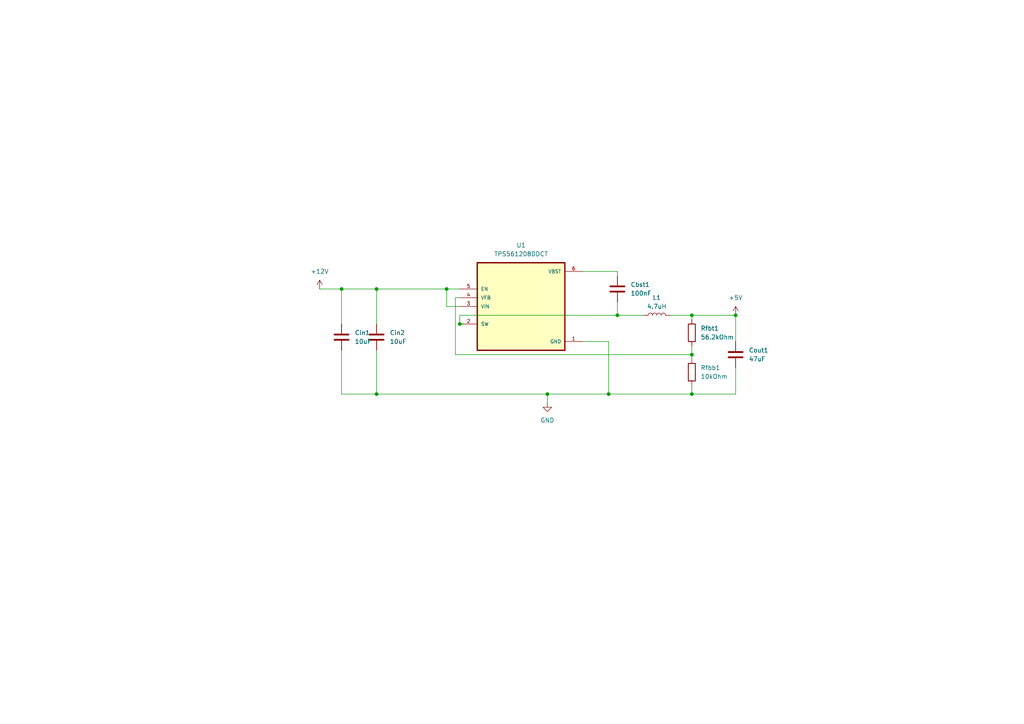
<source format=kicad_sch>
(kicad_sch (version 20231120) (generator "eeschema") (generator_version "8.0")
  (paper "A4")
  (lib_symbols
    (symbol "Converter_DCDC:TPS561208DDCT" (pin_names (offset 1.016))
      (property "Reference" "U" (at -12.7 13.7 0))
      (property "Value" "TPS561208DDCT" (at -12.7 -16.7 0))
      (symbol "TPS561208DDCT_0_0"
        (rectangle (start -12.7 12.7) (end 12.7 -12.7) (stroke (width 0.41)) (fill (type background)))
        (pin power_in line (at 17.78 -10.16 180) (length 5.08) (name "GND") (number "1"))
        (pin bidirectional line (at -17.78 -5.08 0) (length 5.08) (name "SW") (number "2"))
        (pin input line (at -17.78 0 0) (length 5.08) (name "VIN") (number "3"))
        (pin input line (at -17.78 2.54 0) (length 5.08) (name "VFB") (number "4"))
        (pin input line (at -17.78 5.08 0) (length 5.08) (name "EN") (number "5"))
        (pin power_in line (at 17.78 10.16 180) (length 5.08) (name "VBST") (number "6"))
      )
    )
    (symbol "Device:C" (pin_numbers hide) (pin_names (offset 0.254))
      (property "Reference" "C" (at 0.635 2.54 0))
      (property "Value" "C" (at 0.635 -2.54 0))
      (symbol "C_0_1"
        (polyline (pts (xy -2.032 -0.762) (xy 2.032 -0.762)) (stroke (width 0.508)))
        (polyline (pts (xy -2.032 0.762) (xy 2.032 0.762)) (stroke (width 0.508)))
      )
      (symbol "C_1_1"
        (pin passive line (at 0 3.81 270) (length 2.794) (name "~") (number "1"))
        (pin passive line (at 0 -3.81 90) (length 2.794) (name "~") (number "2"))
      )
    )
    (symbol "Device:L" (pin_numbers hide) (pin_names (offset 1.016) hide)
      (property "Reference" "L" (at -1.27 0 90))
      (property "Value" "L" (at 1.905 0 90))
      (symbol "L_0_1"
        (arc (start 0 -2.54) (mid 0.6323 -1.905) (end 0 -1.27))
        (arc (start 0 -1.27) (mid 0.6323 -0.635) (end 0 0))
        (arc (start 0 0) (mid 0.6323 0.635) (end 0 1.27))
        (arc (start 0 1.27) (mid 0.6323 1.905) (end 0 2.54))
      )
      (symbol "L_1_1"
        (pin passive line (at 0 3.81 270) (length 1.27) (name "1") (number "1"))
        (pin passive line (at 0 -3.81 90) (length 1.27) (name "2") (number "2"))
      )
    )
    (symbol "Device:R" (pin_numbers hide) (pin_names (offset 0))
      (property "Reference" "R" (at 2.032 0 90))
      (property "Value" "R" (at 0 0 90))
      (symbol "R_0_1"
        (rectangle (start -1.016 -2.54) (end 1.016 2.54) (stroke (width 0.254)))
      )
      (symbol "R_1_1"
        (pin passive line (at 0 3.81 270) (length 1.27) (name "~") (number "1"))
        (pin passive line (at 0 -3.81 90) (length 1.27) (name "~") (number "2"))
      )
    )
    (symbol "power:+12V" (power) (pin_numbers hide) (pin_names (offset 0) hide)
      (property "Value" "+12V" (at 0 3.556 0))
      (symbol "+12V_0_1"
        (polyline (pts (xy -0.762 1.27) (xy 0 2.54)))
        (polyline (pts (xy 0 0) (xy 0 2.54)))
        (polyline (pts (xy 0 2.54) (xy 0.762 1.27)))
      )
      (symbol "+12V_1_1"
        (pin power_in line (at 0 0 90) (length 0) (name "~") (number "1"))
      )
    )
    (symbol "power:+5V" (power) (pin_numbers hide) (pin_names (offset 0) hide)
      (property "Value" "+5V" (at 0 3.556 0))
      (symbol "+5V_0_1"
        (polyline (pts (xy -0.762 1.27) (xy 0 2.54)))
        (polyline (pts (xy 0 0) (xy 0 2.54)))
        (polyline (pts (xy 0 2.54) (xy 0.762 1.27)))
      )
      (symbol "+5V_1_1"
        (pin power_in line (at 0 0 90) (length 0) (name "~") (number "1"))
      )
    )
    (symbol "power:GND" (power) (pin_numbers hide) (pin_names (offset 0) hide)
      (property "Value" "GND" (at 0 -3.81 0))
      (symbol "GND_0_1"
        (polyline (pts (xy 0 0) (xy 0 -1.27) (xy 1.27 -1.27) (xy 0 -2.54) (xy -1.27 -1.27) (xy 0 -1.27)))
      )
      (symbol "GND_1_1"
        (pin power_in line (at 0 0 270) (length 0) (name "~") (number "1"))
      )
    )
  )
  (junction (at 176.53 114.3))
  (junction (at 200.66 91.44))
  (junction (at 200.66 114.3))
  (junction (at 179.07 91.44))
  (junction (at 158.75 114.3))
  (junction (at 129.54 83.82))
  (junction (at 133.35 93.98))
  (junction (at 109.22 114.3))
  (junction (at 109.22 83.82))
  (junction (at 213.36 91.44))
  (junction (at 200.66 102.87))
  (junction (at 99.06 83.82))
  (wire (pts (xy 133.35 93.98) (xy 133.35 91.44)))
  (wire (pts (xy 213.36 91.44) (xy 213.36 99.06)))
  (wire (pts (xy 200.66 102.87) (xy 200.66 104.14)))
  (wire (pts (xy 179.07 91.44) (xy 179.07 87.63)))
  (wire (pts (xy 168.91 99.06) (xy 176.53 99.06)))
  (wire (pts (xy 133.35 83.82) (xy 129.54 83.82)))
  (wire (pts (xy 213.36 106.68) (xy 213.36 114.3)))
  (wire (pts (xy 109.22 83.82) (xy 129.54 83.82)))
  (wire (pts (xy 176.53 114.3) (xy 200.66 114.3)))
  (wire (pts (xy 194.31 91.44) (xy 200.66 91.44)))
  (wire (pts (xy 129.54 88.9) (xy 133.35 88.9)))
  (wire (pts (xy 92.71 83.82) (xy 99.06 83.82)))
  (wire (pts (xy 109.22 101.6) (xy 109.22 114.3)))
  (wire (pts (xy 99.06 83.82) (xy 109.22 83.82)))
  (wire (pts (xy 200.66 91.44) (xy 213.36 91.44)))
  (wire (pts (xy 179.07 91.44) (xy 186.69 91.44)))
  (wire (pts (xy 200.66 114.3) (xy 200.66 111.76)))
  (wire (pts (xy 176.53 114.3) (xy 158.75 114.3)))
  (wire (pts (xy 109.22 93.98) (xy 109.22 83.82)))
  (wire (pts (xy 179.07 78.74) (xy 179.07 80.01)))
  (wire (pts (xy 158.75 114.3) (xy 158.75 116.84)))
  (wire (pts (xy 99.06 83.82) (xy 99.06 93.98)))
  (wire (pts (xy 200.66 100.33) (xy 200.66 102.87)))
  (wire (pts (xy 99.06 114.3) (xy 109.22 114.3)))
  (wire (pts (xy 132.08 86.36) (xy 133.35 86.36)))
  (wire (pts (xy 129.54 83.82) (xy 129.54 88.9)))
  (wire (pts (xy 200.66 91.44) (xy 200.66 92.71)))
  (wire (pts (xy 132.08 86.36) (xy 132.08 102.87)))
  (wire (pts (xy 179.07 78.74) (xy 168.91 78.74)))
  (wire (pts (xy 176.53 99.06) (xy 176.53 114.3)))
  (wire (pts (xy 133.35 93.98) (xy 134.62 93.98)))
  (wire (pts (xy 213.36 114.3) (xy 200.66 114.3)))
  (wire (pts (xy 133.35 91.44) (xy 179.07 91.44)))
  (wire (pts (xy 132.08 102.87) (xy 200.66 102.87)))
  (wire (pts (xy 158.75 114.3) (xy 109.22 114.3)))
  (wire (pts (xy 99.06 101.6) (xy 99.06 114.3)))
  (symbol (lib_id "Device:L") (at 190.5 91.44 90) (unit 1)
    (property "Reference" "L1" (at 190.5 86.36 90))
    (property "Value" "4.7uH" (at 190.5 88.9 90))
    (property "Footprint" "Inductor_SMD:L_6.8x6.8_H3" (effects (hide yes)))
    (property "Description" "Inductor" (effects (hide yes)))
  )
  (symbol (lib_id "Device:C") (at 109.22 97.79 0) (unit 1)
    (property "Reference" "Cin2" (at 113.03 96.5199 0) (effects (justify left)))
    (property "Value" "10uF" (at 113.03 99.0599 0) (effects (justify left)))
    (property "Footprint" "Capacitor_SMD:C_1206_3216Metric_Pad1.33x1.80mm_HandSolder" (effects (hide yes)))
    (property "Description" "Unpolarized capacitor" (effects (hide yes)))
  )
  (symbol (lib_id "Converter_DCDC:TPS561208DDCT") (at 151.13 88.9 0) (unit 1)
    (property "Reference" "U1" (at 151.13 71.12 0))
    (property "Value" "TPS561208DDCT" (at 151.13 73.66 0))
    (property "Footprint" "Converter_DCDC:SOT95P280X110-6N" (effects (hide yes)))
    (property "Description_1" "\n4.5V to 17V Input, 1A Output, Synchronous Step-Down Converter\n" (effects (hide yes)))
  )
  (symbol (lib_id "power:GND") (at 158.75 116.84 0) (unit 1)
    (property "Reference" "#PWR02" (effects (hide yes)))
    (property "Value" "GND" (at 158.75 121.92 0))
    (property "Description" "Power symbol creates a global label with name \"GND\" , ground" (effects (hide yes)))
  )
  (symbol (lib_id "Device:R") (at 200.66 96.52 0) (unit 1)
    (property "Reference" "Rfbt1" (at 203.2 95.2499 0) (effects (justify left)))
    (property "Value" "56.2kOhm" (at 203.2 97.7899 0) (effects (justify left)))
    (property "Footprint" "Resistor_SMD:R_1206_3216Metric" (effects (hide yes)))
    (property "Description" "Resistor" (effects (hide yes)))
  )
  (symbol (lib_id "Device:C") (at 179.07 83.82 0) (unit 1)
    (property "Reference" "Cbst1" (at 182.88 82.5499 0) (effects (justify left)))
    (property "Value" "100nF" (at 182.88 85.0899 0) (effects (justify left)))
    (property "Footprint" "Capacitor_SMD:C_1206_3216Metric_Pad1.33x1.80mm_HandSolder" (effects (hide yes)))
    (property "Description" "Unpolarized capacitor" (effects (hide yes)))
  )
  (symbol (lib_id "Device:R") (at 200.66 107.95 0) (unit 1)
    (property "Reference" "Rfbb1" (at 203.2 106.6799 0) (effects (justify left)))
    (property "Value" "10kOhm" (at 203.2 109.2199 0) (effects (justify left)))
    (property "Footprint" "Resistor_SMD:R_1206_3216Metric" (effects (hide yes)))
    (property "Description" "Resistor" (effects (hide yes)))
  )
  (symbol (lib_id "Device:C") (at 213.36 102.87 0) (unit 1)
    (property "Reference" "Cout1" (at 217.17 101.5999 0) (effects (justify left)))
    (property "Value" "47uF" (at 217.17 104.1399 0) (effects (justify left)))
    (property "Footprint" "Capacitor_SMD:C_1206_3216Metric_Pad1.33x1.80mm_HandSolder" (effects (hide yes)))
    (property "Description" "Unpolarized capacitor" (effects (hide yes)))
  )
  (symbol (lib_id "Device:C") (at 99.06 97.79 0) (unit 1)
    (property "Reference" "Cin1" (at 102.87 96.5199 0) (effects (justify left)))
    (property "Value" "10uF" (at 102.87 99.0599 0) (effects (justify left)))
    (property "Footprint" "Capacitor_SMD:C_1206_3216Metric_Pad1.33x1.80mm_HandSolder" (effects (hide yes)))
    (property "Description" "Unpolarized capacitor" (effects (hide yes)))
  )
  (symbol (lib_id "power:+5V") (at 213.36 91.44 0) (unit 1)
    (property "Reference" "#PWR03" (effects (hide yes)))
    (property "Value" "+5V" (at 213.36 86.36 0))
    (property "Description" "Power symbol creates a global label with name \"+5V\"" (effects (hide yes)))
  )
  (symbol (lib_id "power:+12V") (at 92.71 83.82 0) (unit 1)
    (property "Reference" "#PWR01" (effects (hide yes)))
    (property "Value" "+12V" (at 92.71 78.74 0))
    (property "Description" "Power symbol creates a global label with name \"+12V\"" (effects (hide yes)))
  )
)
</source>
